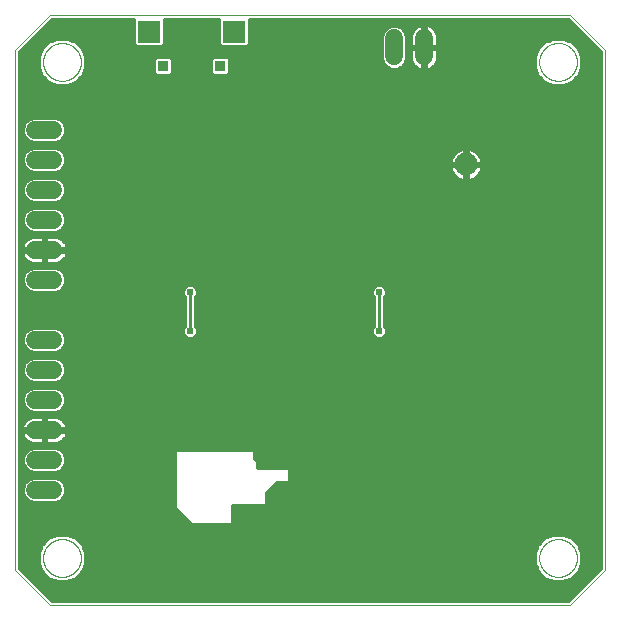
<source format=gbl>
G75*
%MOIN*%
%OFA0B0*%
%FSLAX25Y25*%
%IPPOS*%
%LPD*%
%AMOC8*
5,1,8,0,0,1.08239X$1,22.5*
%
%ADD10C,0.00000*%
%ADD11C,0.06000*%
%ADD12C,0.07600*%
%ADD13R,0.03772X0.03772*%
%ADD14R,0.07600X0.07600*%
%ADD15R,0.03562X0.03562*%
%ADD16C,0.01600*%
%ADD17C,0.02400*%
%ADD18C,0.01000*%
D10*
X0063875Y0067686D02*
X0075686Y0055875D01*
X0248914Y0055875D01*
X0260725Y0067686D01*
X0260725Y0240914D01*
X0248914Y0252725D01*
X0075686Y0252725D01*
X0063875Y0240914D01*
X0063875Y0067686D01*
X0073324Y0071623D02*
X0073326Y0071781D01*
X0073332Y0071939D01*
X0073342Y0072097D01*
X0073356Y0072255D01*
X0073374Y0072412D01*
X0073395Y0072569D01*
X0073421Y0072725D01*
X0073451Y0072881D01*
X0073484Y0073036D01*
X0073522Y0073189D01*
X0073563Y0073342D01*
X0073608Y0073494D01*
X0073657Y0073645D01*
X0073710Y0073794D01*
X0073766Y0073942D01*
X0073826Y0074088D01*
X0073890Y0074233D01*
X0073958Y0074376D01*
X0074029Y0074518D01*
X0074103Y0074658D01*
X0074181Y0074795D01*
X0074263Y0074931D01*
X0074347Y0075065D01*
X0074436Y0075196D01*
X0074527Y0075325D01*
X0074622Y0075452D01*
X0074719Y0075577D01*
X0074820Y0075699D01*
X0074924Y0075818D01*
X0075031Y0075935D01*
X0075141Y0076049D01*
X0075254Y0076160D01*
X0075369Y0076269D01*
X0075487Y0076374D01*
X0075608Y0076476D01*
X0075731Y0076576D01*
X0075857Y0076672D01*
X0075985Y0076765D01*
X0076115Y0076855D01*
X0076248Y0076941D01*
X0076383Y0077025D01*
X0076519Y0077104D01*
X0076658Y0077181D01*
X0076799Y0077253D01*
X0076941Y0077323D01*
X0077085Y0077388D01*
X0077231Y0077450D01*
X0077378Y0077508D01*
X0077527Y0077563D01*
X0077677Y0077614D01*
X0077828Y0077661D01*
X0077980Y0077704D01*
X0078133Y0077743D01*
X0078288Y0077779D01*
X0078443Y0077810D01*
X0078599Y0077838D01*
X0078755Y0077862D01*
X0078912Y0077882D01*
X0079070Y0077898D01*
X0079227Y0077910D01*
X0079386Y0077918D01*
X0079544Y0077922D01*
X0079702Y0077922D01*
X0079860Y0077918D01*
X0080019Y0077910D01*
X0080176Y0077898D01*
X0080334Y0077882D01*
X0080491Y0077862D01*
X0080647Y0077838D01*
X0080803Y0077810D01*
X0080958Y0077779D01*
X0081113Y0077743D01*
X0081266Y0077704D01*
X0081418Y0077661D01*
X0081569Y0077614D01*
X0081719Y0077563D01*
X0081868Y0077508D01*
X0082015Y0077450D01*
X0082161Y0077388D01*
X0082305Y0077323D01*
X0082447Y0077253D01*
X0082588Y0077181D01*
X0082727Y0077104D01*
X0082863Y0077025D01*
X0082998Y0076941D01*
X0083131Y0076855D01*
X0083261Y0076765D01*
X0083389Y0076672D01*
X0083515Y0076576D01*
X0083638Y0076476D01*
X0083759Y0076374D01*
X0083877Y0076269D01*
X0083992Y0076160D01*
X0084105Y0076049D01*
X0084215Y0075935D01*
X0084322Y0075818D01*
X0084426Y0075699D01*
X0084527Y0075577D01*
X0084624Y0075452D01*
X0084719Y0075325D01*
X0084810Y0075196D01*
X0084899Y0075065D01*
X0084983Y0074931D01*
X0085065Y0074795D01*
X0085143Y0074658D01*
X0085217Y0074518D01*
X0085288Y0074376D01*
X0085356Y0074233D01*
X0085420Y0074088D01*
X0085480Y0073942D01*
X0085536Y0073794D01*
X0085589Y0073645D01*
X0085638Y0073494D01*
X0085683Y0073342D01*
X0085724Y0073189D01*
X0085762Y0073036D01*
X0085795Y0072881D01*
X0085825Y0072725D01*
X0085851Y0072569D01*
X0085872Y0072412D01*
X0085890Y0072255D01*
X0085904Y0072097D01*
X0085914Y0071939D01*
X0085920Y0071781D01*
X0085922Y0071623D01*
X0085920Y0071465D01*
X0085914Y0071307D01*
X0085904Y0071149D01*
X0085890Y0070991D01*
X0085872Y0070834D01*
X0085851Y0070677D01*
X0085825Y0070521D01*
X0085795Y0070365D01*
X0085762Y0070210D01*
X0085724Y0070057D01*
X0085683Y0069904D01*
X0085638Y0069752D01*
X0085589Y0069601D01*
X0085536Y0069452D01*
X0085480Y0069304D01*
X0085420Y0069158D01*
X0085356Y0069013D01*
X0085288Y0068870D01*
X0085217Y0068728D01*
X0085143Y0068588D01*
X0085065Y0068451D01*
X0084983Y0068315D01*
X0084899Y0068181D01*
X0084810Y0068050D01*
X0084719Y0067921D01*
X0084624Y0067794D01*
X0084527Y0067669D01*
X0084426Y0067547D01*
X0084322Y0067428D01*
X0084215Y0067311D01*
X0084105Y0067197D01*
X0083992Y0067086D01*
X0083877Y0066977D01*
X0083759Y0066872D01*
X0083638Y0066770D01*
X0083515Y0066670D01*
X0083389Y0066574D01*
X0083261Y0066481D01*
X0083131Y0066391D01*
X0082998Y0066305D01*
X0082863Y0066221D01*
X0082727Y0066142D01*
X0082588Y0066065D01*
X0082447Y0065993D01*
X0082305Y0065923D01*
X0082161Y0065858D01*
X0082015Y0065796D01*
X0081868Y0065738D01*
X0081719Y0065683D01*
X0081569Y0065632D01*
X0081418Y0065585D01*
X0081266Y0065542D01*
X0081113Y0065503D01*
X0080958Y0065467D01*
X0080803Y0065436D01*
X0080647Y0065408D01*
X0080491Y0065384D01*
X0080334Y0065364D01*
X0080176Y0065348D01*
X0080019Y0065336D01*
X0079860Y0065328D01*
X0079702Y0065324D01*
X0079544Y0065324D01*
X0079386Y0065328D01*
X0079227Y0065336D01*
X0079070Y0065348D01*
X0078912Y0065364D01*
X0078755Y0065384D01*
X0078599Y0065408D01*
X0078443Y0065436D01*
X0078288Y0065467D01*
X0078133Y0065503D01*
X0077980Y0065542D01*
X0077828Y0065585D01*
X0077677Y0065632D01*
X0077527Y0065683D01*
X0077378Y0065738D01*
X0077231Y0065796D01*
X0077085Y0065858D01*
X0076941Y0065923D01*
X0076799Y0065993D01*
X0076658Y0066065D01*
X0076519Y0066142D01*
X0076383Y0066221D01*
X0076248Y0066305D01*
X0076115Y0066391D01*
X0075985Y0066481D01*
X0075857Y0066574D01*
X0075731Y0066670D01*
X0075608Y0066770D01*
X0075487Y0066872D01*
X0075369Y0066977D01*
X0075254Y0067086D01*
X0075141Y0067197D01*
X0075031Y0067311D01*
X0074924Y0067428D01*
X0074820Y0067547D01*
X0074719Y0067669D01*
X0074622Y0067794D01*
X0074527Y0067921D01*
X0074436Y0068050D01*
X0074347Y0068181D01*
X0074263Y0068315D01*
X0074181Y0068451D01*
X0074103Y0068588D01*
X0074029Y0068728D01*
X0073958Y0068870D01*
X0073890Y0069013D01*
X0073826Y0069158D01*
X0073766Y0069304D01*
X0073710Y0069452D01*
X0073657Y0069601D01*
X0073608Y0069752D01*
X0073563Y0069904D01*
X0073522Y0070057D01*
X0073484Y0070210D01*
X0073451Y0070365D01*
X0073421Y0070521D01*
X0073395Y0070677D01*
X0073374Y0070834D01*
X0073356Y0070991D01*
X0073342Y0071149D01*
X0073332Y0071307D01*
X0073326Y0071465D01*
X0073324Y0071623D01*
X0238678Y0071623D02*
X0238680Y0071781D01*
X0238686Y0071939D01*
X0238696Y0072097D01*
X0238710Y0072255D01*
X0238728Y0072412D01*
X0238749Y0072569D01*
X0238775Y0072725D01*
X0238805Y0072881D01*
X0238838Y0073036D01*
X0238876Y0073189D01*
X0238917Y0073342D01*
X0238962Y0073494D01*
X0239011Y0073645D01*
X0239064Y0073794D01*
X0239120Y0073942D01*
X0239180Y0074088D01*
X0239244Y0074233D01*
X0239312Y0074376D01*
X0239383Y0074518D01*
X0239457Y0074658D01*
X0239535Y0074795D01*
X0239617Y0074931D01*
X0239701Y0075065D01*
X0239790Y0075196D01*
X0239881Y0075325D01*
X0239976Y0075452D01*
X0240073Y0075577D01*
X0240174Y0075699D01*
X0240278Y0075818D01*
X0240385Y0075935D01*
X0240495Y0076049D01*
X0240608Y0076160D01*
X0240723Y0076269D01*
X0240841Y0076374D01*
X0240962Y0076476D01*
X0241085Y0076576D01*
X0241211Y0076672D01*
X0241339Y0076765D01*
X0241469Y0076855D01*
X0241602Y0076941D01*
X0241737Y0077025D01*
X0241873Y0077104D01*
X0242012Y0077181D01*
X0242153Y0077253D01*
X0242295Y0077323D01*
X0242439Y0077388D01*
X0242585Y0077450D01*
X0242732Y0077508D01*
X0242881Y0077563D01*
X0243031Y0077614D01*
X0243182Y0077661D01*
X0243334Y0077704D01*
X0243487Y0077743D01*
X0243642Y0077779D01*
X0243797Y0077810D01*
X0243953Y0077838D01*
X0244109Y0077862D01*
X0244266Y0077882D01*
X0244424Y0077898D01*
X0244581Y0077910D01*
X0244740Y0077918D01*
X0244898Y0077922D01*
X0245056Y0077922D01*
X0245214Y0077918D01*
X0245373Y0077910D01*
X0245530Y0077898D01*
X0245688Y0077882D01*
X0245845Y0077862D01*
X0246001Y0077838D01*
X0246157Y0077810D01*
X0246312Y0077779D01*
X0246467Y0077743D01*
X0246620Y0077704D01*
X0246772Y0077661D01*
X0246923Y0077614D01*
X0247073Y0077563D01*
X0247222Y0077508D01*
X0247369Y0077450D01*
X0247515Y0077388D01*
X0247659Y0077323D01*
X0247801Y0077253D01*
X0247942Y0077181D01*
X0248081Y0077104D01*
X0248217Y0077025D01*
X0248352Y0076941D01*
X0248485Y0076855D01*
X0248615Y0076765D01*
X0248743Y0076672D01*
X0248869Y0076576D01*
X0248992Y0076476D01*
X0249113Y0076374D01*
X0249231Y0076269D01*
X0249346Y0076160D01*
X0249459Y0076049D01*
X0249569Y0075935D01*
X0249676Y0075818D01*
X0249780Y0075699D01*
X0249881Y0075577D01*
X0249978Y0075452D01*
X0250073Y0075325D01*
X0250164Y0075196D01*
X0250253Y0075065D01*
X0250337Y0074931D01*
X0250419Y0074795D01*
X0250497Y0074658D01*
X0250571Y0074518D01*
X0250642Y0074376D01*
X0250710Y0074233D01*
X0250774Y0074088D01*
X0250834Y0073942D01*
X0250890Y0073794D01*
X0250943Y0073645D01*
X0250992Y0073494D01*
X0251037Y0073342D01*
X0251078Y0073189D01*
X0251116Y0073036D01*
X0251149Y0072881D01*
X0251179Y0072725D01*
X0251205Y0072569D01*
X0251226Y0072412D01*
X0251244Y0072255D01*
X0251258Y0072097D01*
X0251268Y0071939D01*
X0251274Y0071781D01*
X0251276Y0071623D01*
X0251274Y0071465D01*
X0251268Y0071307D01*
X0251258Y0071149D01*
X0251244Y0070991D01*
X0251226Y0070834D01*
X0251205Y0070677D01*
X0251179Y0070521D01*
X0251149Y0070365D01*
X0251116Y0070210D01*
X0251078Y0070057D01*
X0251037Y0069904D01*
X0250992Y0069752D01*
X0250943Y0069601D01*
X0250890Y0069452D01*
X0250834Y0069304D01*
X0250774Y0069158D01*
X0250710Y0069013D01*
X0250642Y0068870D01*
X0250571Y0068728D01*
X0250497Y0068588D01*
X0250419Y0068451D01*
X0250337Y0068315D01*
X0250253Y0068181D01*
X0250164Y0068050D01*
X0250073Y0067921D01*
X0249978Y0067794D01*
X0249881Y0067669D01*
X0249780Y0067547D01*
X0249676Y0067428D01*
X0249569Y0067311D01*
X0249459Y0067197D01*
X0249346Y0067086D01*
X0249231Y0066977D01*
X0249113Y0066872D01*
X0248992Y0066770D01*
X0248869Y0066670D01*
X0248743Y0066574D01*
X0248615Y0066481D01*
X0248485Y0066391D01*
X0248352Y0066305D01*
X0248217Y0066221D01*
X0248081Y0066142D01*
X0247942Y0066065D01*
X0247801Y0065993D01*
X0247659Y0065923D01*
X0247515Y0065858D01*
X0247369Y0065796D01*
X0247222Y0065738D01*
X0247073Y0065683D01*
X0246923Y0065632D01*
X0246772Y0065585D01*
X0246620Y0065542D01*
X0246467Y0065503D01*
X0246312Y0065467D01*
X0246157Y0065436D01*
X0246001Y0065408D01*
X0245845Y0065384D01*
X0245688Y0065364D01*
X0245530Y0065348D01*
X0245373Y0065336D01*
X0245214Y0065328D01*
X0245056Y0065324D01*
X0244898Y0065324D01*
X0244740Y0065328D01*
X0244581Y0065336D01*
X0244424Y0065348D01*
X0244266Y0065364D01*
X0244109Y0065384D01*
X0243953Y0065408D01*
X0243797Y0065436D01*
X0243642Y0065467D01*
X0243487Y0065503D01*
X0243334Y0065542D01*
X0243182Y0065585D01*
X0243031Y0065632D01*
X0242881Y0065683D01*
X0242732Y0065738D01*
X0242585Y0065796D01*
X0242439Y0065858D01*
X0242295Y0065923D01*
X0242153Y0065993D01*
X0242012Y0066065D01*
X0241873Y0066142D01*
X0241737Y0066221D01*
X0241602Y0066305D01*
X0241469Y0066391D01*
X0241339Y0066481D01*
X0241211Y0066574D01*
X0241085Y0066670D01*
X0240962Y0066770D01*
X0240841Y0066872D01*
X0240723Y0066977D01*
X0240608Y0067086D01*
X0240495Y0067197D01*
X0240385Y0067311D01*
X0240278Y0067428D01*
X0240174Y0067547D01*
X0240073Y0067669D01*
X0239976Y0067794D01*
X0239881Y0067921D01*
X0239790Y0068050D01*
X0239701Y0068181D01*
X0239617Y0068315D01*
X0239535Y0068451D01*
X0239457Y0068588D01*
X0239383Y0068728D01*
X0239312Y0068870D01*
X0239244Y0069013D01*
X0239180Y0069158D01*
X0239120Y0069304D01*
X0239064Y0069452D01*
X0239011Y0069601D01*
X0238962Y0069752D01*
X0238917Y0069904D01*
X0238876Y0070057D01*
X0238838Y0070210D01*
X0238805Y0070365D01*
X0238775Y0070521D01*
X0238749Y0070677D01*
X0238728Y0070834D01*
X0238710Y0070991D01*
X0238696Y0071149D01*
X0238686Y0071307D01*
X0238680Y0071465D01*
X0238678Y0071623D01*
X0238678Y0236977D02*
X0238680Y0237135D01*
X0238686Y0237293D01*
X0238696Y0237451D01*
X0238710Y0237609D01*
X0238728Y0237766D01*
X0238749Y0237923D01*
X0238775Y0238079D01*
X0238805Y0238235D01*
X0238838Y0238390D01*
X0238876Y0238543D01*
X0238917Y0238696D01*
X0238962Y0238848D01*
X0239011Y0238999D01*
X0239064Y0239148D01*
X0239120Y0239296D01*
X0239180Y0239442D01*
X0239244Y0239587D01*
X0239312Y0239730D01*
X0239383Y0239872D01*
X0239457Y0240012D01*
X0239535Y0240149D01*
X0239617Y0240285D01*
X0239701Y0240419D01*
X0239790Y0240550D01*
X0239881Y0240679D01*
X0239976Y0240806D01*
X0240073Y0240931D01*
X0240174Y0241053D01*
X0240278Y0241172D01*
X0240385Y0241289D01*
X0240495Y0241403D01*
X0240608Y0241514D01*
X0240723Y0241623D01*
X0240841Y0241728D01*
X0240962Y0241830D01*
X0241085Y0241930D01*
X0241211Y0242026D01*
X0241339Y0242119D01*
X0241469Y0242209D01*
X0241602Y0242295D01*
X0241737Y0242379D01*
X0241873Y0242458D01*
X0242012Y0242535D01*
X0242153Y0242607D01*
X0242295Y0242677D01*
X0242439Y0242742D01*
X0242585Y0242804D01*
X0242732Y0242862D01*
X0242881Y0242917D01*
X0243031Y0242968D01*
X0243182Y0243015D01*
X0243334Y0243058D01*
X0243487Y0243097D01*
X0243642Y0243133D01*
X0243797Y0243164D01*
X0243953Y0243192D01*
X0244109Y0243216D01*
X0244266Y0243236D01*
X0244424Y0243252D01*
X0244581Y0243264D01*
X0244740Y0243272D01*
X0244898Y0243276D01*
X0245056Y0243276D01*
X0245214Y0243272D01*
X0245373Y0243264D01*
X0245530Y0243252D01*
X0245688Y0243236D01*
X0245845Y0243216D01*
X0246001Y0243192D01*
X0246157Y0243164D01*
X0246312Y0243133D01*
X0246467Y0243097D01*
X0246620Y0243058D01*
X0246772Y0243015D01*
X0246923Y0242968D01*
X0247073Y0242917D01*
X0247222Y0242862D01*
X0247369Y0242804D01*
X0247515Y0242742D01*
X0247659Y0242677D01*
X0247801Y0242607D01*
X0247942Y0242535D01*
X0248081Y0242458D01*
X0248217Y0242379D01*
X0248352Y0242295D01*
X0248485Y0242209D01*
X0248615Y0242119D01*
X0248743Y0242026D01*
X0248869Y0241930D01*
X0248992Y0241830D01*
X0249113Y0241728D01*
X0249231Y0241623D01*
X0249346Y0241514D01*
X0249459Y0241403D01*
X0249569Y0241289D01*
X0249676Y0241172D01*
X0249780Y0241053D01*
X0249881Y0240931D01*
X0249978Y0240806D01*
X0250073Y0240679D01*
X0250164Y0240550D01*
X0250253Y0240419D01*
X0250337Y0240285D01*
X0250419Y0240149D01*
X0250497Y0240012D01*
X0250571Y0239872D01*
X0250642Y0239730D01*
X0250710Y0239587D01*
X0250774Y0239442D01*
X0250834Y0239296D01*
X0250890Y0239148D01*
X0250943Y0238999D01*
X0250992Y0238848D01*
X0251037Y0238696D01*
X0251078Y0238543D01*
X0251116Y0238390D01*
X0251149Y0238235D01*
X0251179Y0238079D01*
X0251205Y0237923D01*
X0251226Y0237766D01*
X0251244Y0237609D01*
X0251258Y0237451D01*
X0251268Y0237293D01*
X0251274Y0237135D01*
X0251276Y0236977D01*
X0251274Y0236819D01*
X0251268Y0236661D01*
X0251258Y0236503D01*
X0251244Y0236345D01*
X0251226Y0236188D01*
X0251205Y0236031D01*
X0251179Y0235875D01*
X0251149Y0235719D01*
X0251116Y0235564D01*
X0251078Y0235411D01*
X0251037Y0235258D01*
X0250992Y0235106D01*
X0250943Y0234955D01*
X0250890Y0234806D01*
X0250834Y0234658D01*
X0250774Y0234512D01*
X0250710Y0234367D01*
X0250642Y0234224D01*
X0250571Y0234082D01*
X0250497Y0233942D01*
X0250419Y0233805D01*
X0250337Y0233669D01*
X0250253Y0233535D01*
X0250164Y0233404D01*
X0250073Y0233275D01*
X0249978Y0233148D01*
X0249881Y0233023D01*
X0249780Y0232901D01*
X0249676Y0232782D01*
X0249569Y0232665D01*
X0249459Y0232551D01*
X0249346Y0232440D01*
X0249231Y0232331D01*
X0249113Y0232226D01*
X0248992Y0232124D01*
X0248869Y0232024D01*
X0248743Y0231928D01*
X0248615Y0231835D01*
X0248485Y0231745D01*
X0248352Y0231659D01*
X0248217Y0231575D01*
X0248081Y0231496D01*
X0247942Y0231419D01*
X0247801Y0231347D01*
X0247659Y0231277D01*
X0247515Y0231212D01*
X0247369Y0231150D01*
X0247222Y0231092D01*
X0247073Y0231037D01*
X0246923Y0230986D01*
X0246772Y0230939D01*
X0246620Y0230896D01*
X0246467Y0230857D01*
X0246312Y0230821D01*
X0246157Y0230790D01*
X0246001Y0230762D01*
X0245845Y0230738D01*
X0245688Y0230718D01*
X0245530Y0230702D01*
X0245373Y0230690D01*
X0245214Y0230682D01*
X0245056Y0230678D01*
X0244898Y0230678D01*
X0244740Y0230682D01*
X0244581Y0230690D01*
X0244424Y0230702D01*
X0244266Y0230718D01*
X0244109Y0230738D01*
X0243953Y0230762D01*
X0243797Y0230790D01*
X0243642Y0230821D01*
X0243487Y0230857D01*
X0243334Y0230896D01*
X0243182Y0230939D01*
X0243031Y0230986D01*
X0242881Y0231037D01*
X0242732Y0231092D01*
X0242585Y0231150D01*
X0242439Y0231212D01*
X0242295Y0231277D01*
X0242153Y0231347D01*
X0242012Y0231419D01*
X0241873Y0231496D01*
X0241737Y0231575D01*
X0241602Y0231659D01*
X0241469Y0231745D01*
X0241339Y0231835D01*
X0241211Y0231928D01*
X0241085Y0232024D01*
X0240962Y0232124D01*
X0240841Y0232226D01*
X0240723Y0232331D01*
X0240608Y0232440D01*
X0240495Y0232551D01*
X0240385Y0232665D01*
X0240278Y0232782D01*
X0240174Y0232901D01*
X0240073Y0233023D01*
X0239976Y0233148D01*
X0239881Y0233275D01*
X0239790Y0233404D01*
X0239701Y0233535D01*
X0239617Y0233669D01*
X0239535Y0233805D01*
X0239457Y0233942D01*
X0239383Y0234082D01*
X0239312Y0234224D01*
X0239244Y0234367D01*
X0239180Y0234512D01*
X0239120Y0234658D01*
X0239064Y0234806D01*
X0239011Y0234955D01*
X0238962Y0235106D01*
X0238917Y0235258D01*
X0238876Y0235411D01*
X0238838Y0235564D01*
X0238805Y0235719D01*
X0238775Y0235875D01*
X0238749Y0236031D01*
X0238728Y0236188D01*
X0238710Y0236345D01*
X0238696Y0236503D01*
X0238686Y0236661D01*
X0238680Y0236819D01*
X0238678Y0236977D01*
X0073324Y0236977D02*
X0073326Y0237135D01*
X0073332Y0237293D01*
X0073342Y0237451D01*
X0073356Y0237609D01*
X0073374Y0237766D01*
X0073395Y0237923D01*
X0073421Y0238079D01*
X0073451Y0238235D01*
X0073484Y0238390D01*
X0073522Y0238543D01*
X0073563Y0238696D01*
X0073608Y0238848D01*
X0073657Y0238999D01*
X0073710Y0239148D01*
X0073766Y0239296D01*
X0073826Y0239442D01*
X0073890Y0239587D01*
X0073958Y0239730D01*
X0074029Y0239872D01*
X0074103Y0240012D01*
X0074181Y0240149D01*
X0074263Y0240285D01*
X0074347Y0240419D01*
X0074436Y0240550D01*
X0074527Y0240679D01*
X0074622Y0240806D01*
X0074719Y0240931D01*
X0074820Y0241053D01*
X0074924Y0241172D01*
X0075031Y0241289D01*
X0075141Y0241403D01*
X0075254Y0241514D01*
X0075369Y0241623D01*
X0075487Y0241728D01*
X0075608Y0241830D01*
X0075731Y0241930D01*
X0075857Y0242026D01*
X0075985Y0242119D01*
X0076115Y0242209D01*
X0076248Y0242295D01*
X0076383Y0242379D01*
X0076519Y0242458D01*
X0076658Y0242535D01*
X0076799Y0242607D01*
X0076941Y0242677D01*
X0077085Y0242742D01*
X0077231Y0242804D01*
X0077378Y0242862D01*
X0077527Y0242917D01*
X0077677Y0242968D01*
X0077828Y0243015D01*
X0077980Y0243058D01*
X0078133Y0243097D01*
X0078288Y0243133D01*
X0078443Y0243164D01*
X0078599Y0243192D01*
X0078755Y0243216D01*
X0078912Y0243236D01*
X0079070Y0243252D01*
X0079227Y0243264D01*
X0079386Y0243272D01*
X0079544Y0243276D01*
X0079702Y0243276D01*
X0079860Y0243272D01*
X0080019Y0243264D01*
X0080176Y0243252D01*
X0080334Y0243236D01*
X0080491Y0243216D01*
X0080647Y0243192D01*
X0080803Y0243164D01*
X0080958Y0243133D01*
X0081113Y0243097D01*
X0081266Y0243058D01*
X0081418Y0243015D01*
X0081569Y0242968D01*
X0081719Y0242917D01*
X0081868Y0242862D01*
X0082015Y0242804D01*
X0082161Y0242742D01*
X0082305Y0242677D01*
X0082447Y0242607D01*
X0082588Y0242535D01*
X0082727Y0242458D01*
X0082863Y0242379D01*
X0082998Y0242295D01*
X0083131Y0242209D01*
X0083261Y0242119D01*
X0083389Y0242026D01*
X0083515Y0241930D01*
X0083638Y0241830D01*
X0083759Y0241728D01*
X0083877Y0241623D01*
X0083992Y0241514D01*
X0084105Y0241403D01*
X0084215Y0241289D01*
X0084322Y0241172D01*
X0084426Y0241053D01*
X0084527Y0240931D01*
X0084624Y0240806D01*
X0084719Y0240679D01*
X0084810Y0240550D01*
X0084899Y0240419D01*
X0084983Y0240285D01*
X0085065Y0240149D01*
X0085143Y0240012D01*
X0085217Y0239872D01*
X0085288Y0239730D01*
X0085356Y0239587D01*
X0085420Y0239442D01*
X0085480Y0239296D01*
X0085536Y0239148D01*
X0085589Y0238999D01*
X0085638Y0238848D01*
X0085683Y0238696D01*
X0085724Y0238543D01*
X0085762Y0238390D01*
X0085795Y0238235D01*
X0085825Y0238079D01*
X0085851Y0237923D01*
X0085872Y0237766D01*
X0085890Y0237609D01*
X0085904Y0237451D01*
X0085914Y0237293D01*
X0085920Y0237135D01*
X0085922Y0236977D01*
X0085920Y0236819D01*
X0085914Y0236661D01*
X0085904Y0236503D01*
X0085890Y0236345D01*
X0085872Y0236188D01*
X0085851Y0236031D01*
X0085825Y0235875D01*
X0085795Y0235719D01*
X0085762Y0235564D01*
X0085724Y0235411D01*
X0085683Y0235258D01*
X0085638Y0235106D01*
X0085589Y0234955D01*
X0085536Y0234806D01*
X0085480Y0234658D01*
X0085420Y0234512D01*
X0085356Y0234367D01*
X0085288Y0234224D01*
X0085217Y0234082D01*
X0085143Y0233942D01*
X0085065Y0233805D01*
X0084983Y0233669D01*
X0084899Y0233535D01*
X0084810Y0233404D01*
X0084719Y0233275D01*
X0084624Y0233148D01*
X0084527Y0233023D01*
X0084426Y0232901D01*
X0084322Y0232782D01*
X0084215Y0232665D01*
X0084105Y0232551D01*
X0083992Y0232440D01*
X0083877Y0232331D01*
X0083759Y0232226D01*
X0083638Y0232124D01*
X0083515Y0232024D01*
X0083389Y0231928D01*
X0083261Y0231835D01*
X0083131Y0231745D01*
X0082998Y0231659D01*
X0082863Y0231575D01*
X0082727Y0231496D01*
X0082588Y0231419D01*
X0082447Y0231347D01*
X0082305Y0231277D01*
X0082161Y0231212D01*
X0082015Y0231150D01*
X0081868Y0231092D01*
X0081719Y0231037D01*
X0081569Y0230986D01*
X0081418Y0230939D01*
X0081266Y0230896D01*
X0081113Y0230857D01*
X0080958Y0230821D01*
X0080803Y0230790D01*
X0080647Y0230762D01*
X0080491Y0230738D01*
X0080334Y0230718D01*
X0080176Y0230702D01*
X0080019Y0230690D01*
X0079860Y0230682D01*
X0079702Y0230678D01*
X0079544Y0230678D01*
X0079386Y0230682D01*
X0079227Y0230690D01*
X0079070Y0230702D01*
X0078912Y0230718D01*
X0078755Y0230738D01*
X0078599Y0230762D01*
X0078443Y0230790D01*
X0078288Y0230821D01*
X0078133Y0230857D01*
X0077980Y0230896D01*
X0077828Y0230939D01*
X0077677Y0230986D01*
X0077527Y0231037D01*
X0077378Y0231092D01*
X0077231Y0231150D01*
X0077085Y0231212D01*
X0076941Y0231277D01*
X0076799Y0231347D01*
X0076658Y0231419D01*
X0076519Y0231496D01*
X0076383Y0231575D01*
X0076248Y0231659D01*
X0076115Y0231745D01*
X0075985Y0231835D01*
X0075857Y0231928D01*
X0075731Y0232024D01*
X0075608Y0232124D01*
X0075487Y0232226D01*
X0075369Y0232331D01*
X0075254Y0232440D01*
X0075141Y0232551D01*
X0075031Y0232665D01*
X0074924Y0232782D01*
X0074820Y0232901D01*
X0074719Y0233023D01*
X0074622Y0233148D01*
X0074527Y0233275D01*
X0074436Y0233404D01*
X0074347Y0233535D01*
X0074263Y0233669D01*
X0074181Y0233805D01*
X0074103Y0233942D01*
X0074029Y0234082D01*
X0073958Y0234224D01*
X0073890Y0234367D01*
X0073826Y0234512D01*
X0073766Y0234658D01*
X0073710Y0234806D01*
X0073657Y0234955D01*
X0073608Y0235106D01*
X0073563Y0235258D01*
X0073522Y0235411D01*
X0073484Y0235564D01*
X0073451Y0235719D01*
X0073421Y0235875D01*
X0073395Y0236031D01*
X0073374Y0236188D01*
X0073356Y0236345D01*
X0073342Y0236503D01*
X0073332Y0236661D01*
X0073326Y0236819D01*
X0073324Y0236977D01*
D11*
X0070717Y0214300D02*
X0076717Y0214300D01*
X0076717Y0204300D02*
X0070717Y0204300D01*
X0070717Y0194300D02*
X0076717Y0194300D01*
X0076717Y0184300D02*
X0070717Y0184300D01*
X0070717Y0174300D02*
X0076717Y0174300D01*
X0076717Y0164300D02*
X0070717Y0164300D01*
X0070717Y0144300D02*
X0076717Y0144300D01*
X0076717Y0134300D02*
X0070717Y0134300D01*
X0070717Y0124300D02*
X0076717Y0124300D01*
X0076717Y0114300D02*
X0070717Y0114300D01*
X0070717Y0104300D02*
X0076717Y0104300D01*
X0076717Y0094300D02*
X0070717Y0094300D01*
X0190300Y0238800D02*
X0190300Y0244800D01*
X0200300Y0244800D02*
X0200300Y0238800D01*
D12*
X0214300Y0202800D03*
D13*
X0132347Y0235674D03*
X0113253Y0235674D03*
D14*
X0108627Y0247091D03*
X0136973Y0247091D03*
D15*
X0138300Y0230800D03*
X0143300Y0230800D03*
X0162300Y0230800D03*
X0167300Y0230800D03*
X0166800Y0237800D03*
X0166800Y0246300D03*
X0116300Y0227800D03*
X0116300Y0222800D03*
X0111300Y0222800D03*
X0111300Y0227800D03*
X0111800Y0193300D03*
X0132300Y0192300D03*
X0153800Y0191300D03*
X0163050Y0193800D03*
X0144800Y0166800D03*
X0138800Y0147300D03*
X0133800Y0147300D03*
X0128800Y0147300D03*
X0159300Y0147300D03*
X0164300Y0147300D03*
X0169300Y0147300D03*
X0203300Y0127300D03*
X0208300Y0127300D03*
X0213300Y0127300D03*
X0234300Y0127300D03*
X0239300Y0127300D03*
X0244300Y0127300D03*
X0165800Y0097800D03*
X0160800Y0097800D03*
X0160800Y0092800D03*
X0165800Y0092800D03*
X0160800Y0110800D03*
X0142800Y0087800D03*
X0142800Y0074300D03*
X0137800Y0074300D03*
X0147800Y0074300D03*
X0110800Y0092800D03*
X0101300Y0102300D03*
D16*
X0077363Y0063793D02*
X0070314Y0063793D01*
X0068715Y0065391D02*
X0074401Y0065391D01*
X0075035Y0064757D02*
X0078012Y0063524D01*
X0081234Y0063524D01*
X0084211Y0064757D01*
X0086489Y0067035D01*
X0087722Y0070012D01*
X0087722Y0073234D01*
X0086489Y0076211D01*
X0084211Y0078489D01*
X0081234Y0079722D01*
X0078012Y0079722D01*
X0075035Y0078489D01*
X0072757Y0076211D01*
X0071524Y0073234D01*
X0071524Y0070012D01*
X0072757Y0067035D01*
X0075035Y0064757D01*
X0072802Y0066990D02*
X0067117Y0066990D01*
X0065675Y0068431D02*
X0065675Y0240169D01*
X0076431Y0250925D01*
X0103427Y0250925D01*
X0103427Y0242711D01*
X0104247Y0241891D01*
X0113007Y0241891D01*
X0113827Y0242711D01*
X0113827Y0250925D01*
X0131773Y0250925D01*
X0131773Y0242711D01*
X0132593Y0241891D01*
X0141353Y0241891D01*
X0142173Y0242711D01*
X0142173Y0250925D01*
X0248169Y0250925D01*
X0258925Y0240169D01*
X0258925Y0068431D01*
X0248169Y0057675D01*
X0076431Y0057675D01*
X0065675Y0068431D01*
X0065675Y0068588D02*
X0072113Y0068588D01*
X0071524Y0070187D02*
X0065675Y0070187D01*
X0065675Y0071785D02*
X0071524Y0071785D01*
X0071586Y0073384D02*
X0065675Y0073384D01*
X0065675Y0074982D02*
X0072248Y0074982D01*
X0073127Y0076581D02*
X0065675Y0076581D01*
X0065675Y0078179D02*
X0074725Y0078179D01*
X0065675Y0079778D02*
X0258925Y0079778D01*
X0258925Y0081376D02*
X0065675Y0081376D01*
X0065675Y0082975D02*
X0122287Y0082975D01*
X0122762Y0082500D02*
X0123838Y0082500D01*
X0135838Y0082500D01*
X0136600Y0083262D01*
X0136600Y0089000D01*
X0147338Y0089000D01*
X0148100Y0089762D01*
X0148100Y0093262D01*
X0151338Y0096500D01*
X0154838Y0096500D01*
X0155600Y0097262D01*
X0155600Y0101338D01*
X0154838Y0102100D01*
X0145100Y0102100D01*
X0145100Y0103838D01*
X0144338Y0104600D01*
X0144100Y0104838D01*
X0144100Y0107338D01*
X0143338Y0108100D01*
X0117762Y0108100D01*
X0117000Y0107338D01*
X0117000Y0088262D01*
X0122762Y0082500D01*
X0120688Y0084573D02*
X0065675Y0084573D01*
X0065675Y0086172D02*
X0119090Y0086172D01*
X0117491Y0087770D02*
X0065675Y0087770D01*
X0065675Y0089369D02*
X0117000Y0089369D01*
X0117000Y0090967D02*
X0079607Y0090967D01*
X0079210Y0090570D02*
X0080447Y0091808D01*
X0081117Y0093425D01*
X0081117Y0095175D01*
X0080447Y0096792D01*
X0079210Y0098030D01*
X0077593Y0098700D01*
X0069842Y0098700D01*
X0068225Y0098030D01*
X0066987Y0096792D01*
X0066317Y0095175D01*
X0066317Y0093425D01*
X0066987Y0091808D01*
X0068225Y0090570D01*
X0069842Y0089900D01*
X0077593Y0089900D01*
X0079210Y0090570D01*
X0080761Y0092566D02*
X0117000Y0092566D01*
X0117000Y0094164D02*
X0081117Y0094164D01*
X0080874Y0095763D02*
X0117000Y0095763D01*
X0117000Y0097361D02*
X0079879Y0097361D01*
X0079182Y0100558D02*
X0117000Y0100558D01*
X0117000Y0098960D02*
X0065675Y0098960D01*
X0065675Y0100558D02*
X0068253Y0100558D01*
X0068225Y0100570D02*
X0069842Y0099900D01*
X0077593Y0099900D01*
X0079210Y0100570D01*
X0080447Y0101808D01*
X0081117Y0103425D01*
X0081117Y0105175D01*
X0080447Y0106792D01*
X0079210Y0108030D01*
X0077593Y0108700D01*
X0069842Y0108700D01*
X0068225Y0108030D01*
X0066987Y0106792D01*
X0066317Y0105175D01*
X0066317Y0103425D01*
X0066987Y0101808D01*
X0068225Y0100570D01*
X0066843Y0102157D02*
X0065675Y0102157D01*
X0065675Y0103755D02*
X0066317Y0103755D01*
X0066391Y0105354D02*
X0065675Y0105354D01*
X0065675Y0106952D02*
X0067147Y0106952D01*
X0065675Y0108551D02*
X0069482Y0108551D01*
X0069593Y0109618D02*
X0070340Y0109500D01*
X0073517Y0109500D01*
X0073517Y0114100D01*
X0065917Y0114100D01*
X0065917Y0113922D01*
X0066036Y0113176D01*
X0066269Y0112457D01*
X0066612Y0111784D01*
X0067056Y0111173D01*
X0067590Y0110639D01*
X0068202Y0110195D01*
X0068875Y0109852D01*
X0069593Y0109618D01*
X0068290Y0110149D02*
X0065675Y0110149D01*
X0065675Y0111748D02*
X0066638Y0111748D01*
X0066009Y0113346D02*
X0065675Y0113346D01*
X0065917Y0114500D02*
X0073517Y0114500D01*
X0073517Y0114100D01*
X0073917Y0114100D01*
X0073917Y0109500D01*
X0077095Y0109500D01*
X0077841Y0109618D01*
X0078560Y0109852D01*
X0079233Y0110195D01*
X0079844Y0110639D01*
X0080379Y0111173D01*
X0080823Y0111784D01*
X0081166Y0112457D01*
X0081399Y0113176D01*
X0081517Y0113922D01*
X0081517Y0114100D01*
X0073917Y0114100D01*
X0073917Y0114500D01*
X0073517Y0114500D01*
X0073517Y0119100D01*
X0070340Y0119100D01*
X0069593Y0118982D01*
X0068875Y0118748D01*
X0068202Y0118405D01*
X0067590Y0117961D01*
X0067056Y0117427D01*
X0066612Y0116816D01*
X0066269Y0116143D01*
X0066036Y0115424D01*
X0065917Y0114678D01*
X0065917Y0114500D01*
X0065960Y0114945D02*
X0065675Y0114945D01*
X0065675Y0116543D02*
X0066473Y0116543D01*
X0065675Y0118142D02*
X0067839Y0118142D01*
X0068225Y0120570D02*
X0069842Y0119900D01*
X0077593Y0119900D01*
X0079210Y0120570D01*
X0080447Y0121808D01*
X0081117Y0123425D01*
X0081117Y0125175D01*
X0080447Y0126792D01*
X0079210Y0128030D01*
X0077593Y0128700D01*
X0069842Y0128700D01*
X0068225Y0128030D01*
X0066987Y0126792D01*
X0066317Y0125175D01*
X0066317Y0123425D01*
X0066987Y0121808D01*
X0068225Y0120570D01*
X0067456Y0121339D02*
X0065675Y0121339D01*
X0065675Y0122937D02*
X0066519Y0122937D01*
X0066317Y0124536D02*
X0065675Y0124536D01*
X0065675Y0126134D02*
X0066715Y0126134D01*
X0065675Y0127733D02*
X0067928Y0127733D01*
X0065675Y0129332D02*
X0258925Y0129332D01*
X0258925Y0130930D02*
X0079570Y0130930D01*
X0079210Y0130570D02*
X0080447Y0131808D01*
X0081117Y0133425D01*
X0081117Y0135175D01*
X0080447Y0136792D01*
X0079210Y0138030D01*
X0077593Y0138700D01*
X0069842Y0138700D01*
X0068225Y0138030D01*
X0066987Y0136792D01*
X0066317Y0135175D01*
X0066317Y0133425D01*
X0066987Y0131808D01*
X0068225Y0130570D01*
X0069842Y0129900D01*
X0077593Y0129900D01*
X0079210Y0130570D01*
X0080746Y0132529D02*
X0258925Y0132529D01*
X0258925Y0134127D02*
X0081117Y0134127D01*
X0080889Y0135726D02*
X0258925Y0135726D01*
X0258925Y0137324D02*
X0079916Y0137324D01*
X0079092Y0140521D02*
X0258925Y0140521D01*
X0258925Y0138923D02*
X0065675Y0138923D01*
X0065675Y0140521D02*
X0068343Y0140521D01*
X0068225Y0140570D02*
X0069842Y0139900D01*
X0077593Y0139900D01*
X0079210Y0140570D01*
X0080447Y0141808D01*
X0081117Y0143425D01*
X0081117Y0145175D01*
X0080447Y0146792D01*
X0079210Y0148030D01*
X0077593Y0148700D01*
X0069842Y0148700D01*
X0068225Y0148030D01*
X0066987Y0146792D01*
X0066317Y0145175D01*
X0066317Y0143425D01*
X0066987Y0141808D01*
X0068225Y0140570D01*
X0066858Y0142120D02*
X0065675Y0142120D01*
X0065675Y0143718D02*
X0066317Y0143718D01*
X0066376Y0145317D02*
X0065675Y0145317D01*
X0065675Y0146915D02*
X0067110Y0146915D01*
X0065675Y0148514D02*
X0069392Y0148514D01*
X0065675Y0150112D02*
X0120400Y0150112D01*
X0120400Y0149077D02*
X0120096Y0148773D01*
X0119700Y0147817D01*
X0119700Y0146783D01*
X0120096Y0145827D01*
X0120827Y0145096D01*
X0121783Y0144700D01*
X0122817Y0144700D01*
X0123773Y0145096D01*
X0124504Y0145827D01*
X0124900Y0146783D01*
X0124900Y0147817D01*
X0124504Y0148773D01*
X0124200Y0149077D01*
X0124200Y0158523D01*
X0124504Y0158827D01*
X0124900Y0159783D01*
X0124900Y0160817D01*
X0124504Y0161773D01*
X0123773Y0162504D01*
X0122817Y0162900D01*
X0121783Y0162900D01*
X0120827Y0162504D01*
X0120096Y0161773D01*
X0119700Y0160817D01*
X0119700Y0159783D01*
X0120096Y0158827D01*
X0120400Y0158523D01*
X0120400Y0149077D01*
X0119989Y0148514D02*
X0078042Y0148514D01*
X0080325Y0146915D02*
X0119700Y0146915D01*
X0120606Y0145317D02*
X0081059Y0145317D01*
X0081117Y0143718D02*
X0258925Y0143718D01*
X0258925Y0142120D02*
X0080577Y0142120D01*
X0067519Y0137324D02*
X0065675Y0137324D01*
X0065675Y0135726D02*
X0066545Y0135726D01*
X0066317Y0134127D02*
X0065675Y0134127D01*
X0065675Y0132529D02*
X0066689Y0132529D01*
X0065675Y0130930D02*
X0067865Y0130930D01*
X0079507Y0127733D02*
X0258925Y0127733D01*
X0258925Y0126134D02*
X0080720Y0126134D01*
X0081117Y0124536D02*
X0258925Y0124536D01*
X0258925Y0122937D02*
X0080915Y0122937D01*
X0079979Y0121339D02*
X0258925Y0121339D01*
X0258925Y0119740D02*
X0065675Y0119740D01*
X0073517Y0118142D02*
X0073917Y0118142D01*
X0073917Y0119100D02*
X0073917Y0114500D01*
X0081517Y0114500D01*
X0081517Y0114678D01*
X0081399Y0115424D01*
X0081166Y0116143D01*
X0080823Y0116816D01*
X0080379Y0117427D01*
X0079844Y0117961D01*
X0079233Y0118405D01*
X0078560Y0118748D01*
X0077841Y0118982D01*
X0077095Y0119100D01*
X0073917Y0119100D01*
X0073917Y0116543D02*
X0073517Y0116543D01*
X0073517Y0114945D02*
X0073917Y0114945D01*
X0073917Y0113346D02*
X0073517Y0113346D01*
X0073517Y0111748D02*
X0073917Y0111748D01*
X0073917Y0110149D02*
X0073517Y0110149D01*
X0077953Y0108551D02*
X0258925Y0108551D01*
X0258925Y0110149D02*
X0079144Y0110149D01*
X0080796Y0111748D02*
X0258925Y0111748D01*
X0258925Y0113346D02*
X0081426Y0113346D01*
X0081475Y0114945D02*
X0258925Y0114945D01*
X0258925Y0116543D02*
X0080961Y0116543D01*
X0079596Y0118142D02*
X0258925Y0118142D01*
X0258925Y0106952D02*
X0144100Y0106952D01*
X0144100Y0105354D02*
X0258925Y0105354D01*
X0258925Y0103755D02*
X0145100Y0103755D01*
X0145100Y0102157D02*
X0258925Y0102157D01*
X0258925Y0100558D02*
X0155600Y0100558D01*
X0155600Y0098960D02*
X0258925Y0098960D01*
X0258925Y0097361D02*
X0155600Y0097361D01*
X0150601Y0095763D02*
X0258925Y0095763D01*
X0258925Y0094164D02*
X0149003Y0094164D01*
X0148100Y0092566D02*
X0258925Y0092566D01*
X0258925Y0090967D02*
X0148100Y0090967D01*
X0147707Y0089369D02*
X0258925Y0089369D01*
X0258925Y0087770D02*
X0136600Y0087770D01*
X0136600Y0086172D02*
X0258925Y0086172D01*
X0258925Y0084573D02*
X0136600Y0084573D01*
X0136313Y0082975D02*
X0258925Y0082975D01*
X0258925Y0078179D02*
X0249875Y0078179D01*
X0249565Y0078489D02*
X0246588Y0079722D01*
X0243366Y0079722D01*
X0240389Y0078489D01*
X0238111Y0076211D01*
X0236878Y0073234D01*
X0236878Y0070012D01*
X0238111Y0067035D01*
X0240389Y0064757D01*
X0243366Y0063524D01*
X0246588Y0063524D01*
X0249565Y0064757D01*
X0251843Y0067035D01*
X0253076Y0070012D01*
X0253076Y0073234D01*
X0251843Y0076211D01*
X0249565Y0078489D01*
X0251473Y0076581D02*
X0258925Y0076581D01*
X0258925Y0074982D02*
X0252352Y0074982D01*
X0253014Y0073384D02*
X0258925Y0073384D01*
X0258925Y0071785D02*
X0253076Y0071785D01*
X0253076Y0070187D02*
X0258925Y0070187D01*
X0258925Y0068588D02*
X0252487Y0068588D01*
X0251798Y0066990D02*
X0257483Y0066990D01*
X0255885Y0065391D02*
X0250199Y0065391D01*
X0247237Y0063793D02*
X0254286Y0063793D01*
X0252688Y0062194D02*
X0071912Y0062194D01*
X0073511Y0060596D02*
X0251089Y0060596D01*
X0249491Y0058997D02*
X0075109Y0058997D01*
X0081883Y0063793D02*
X0242717Y0063793D01*
X0239755Y0065391D02*
X0084845Y0065391D01*
X0086444Y0066990D02*
X0238156Y0066990D01*
X0237468Y0068588D02*
X0087132Y0068588D01*
X0087722Y0070187D02*
X0236878Y0070187D01*
X0236878Y0071785D02*
X0087722Y0071785D01*
X0087660Y0073384D02*
X0236940Y0073384D01*
X0237602Y0074982D02*
X0086998Y0074982D01*
X0086119Y0076581D02*
X0238481Y0076581D01*
X0240079Y0078179D02*
X0084521Y0078179D01*
X0067828Y0090967D02*
X0065675Y0090967D01*
X0065675Y0092566D02*
X0066673Y0092566D01*
X0066317Y0094164D02*
X0065675Y0094164D01*
X0065675Y0095763D02*
X0066561Y0095763D01*
X0065675Y0097361D02*
X0067556Y0097361D01*
X0080592Y0102157D02*
X0117000Y0102157D01*
X0117000Y0103755D02*
X0081117Y0103755D01*
X0081043Y0105354D02*
X0117000Y0105354D01*
X0117000Y0106952D02*
X0080287Y0106952D01*
X0123994Y0145317D02*
X0183606Y0145317D01*
X0183827Y0145096D02*
X0184783Y0144700D01*
X0185817Y0144700D01*
X0186773Y0145096D01*
X0187504Y0145827D01*
X0187900Y0146783D01*
X0187900Y0147817D01*
X0187504Y0148773D01*
X0187200Y0149077D01*
X0187200Y0158523D01*
X0187504Y0158827D01*
X0187900Y0159783D01*
X0187900Y0160817D01*
X0187504Y0161773D01*
X0186773Y0162504D01*
X0185817Y0162900D01*
X0184783Y0162900D01*
X0183827Y0162504D01*
X0183096Y0161773D01*
X0182700Y0160817D01*
X0182700Y0159783D01*
X0183096Y0158827D01*
X0183400Y0158523D01*
X0183400Y0149077D01*
X0183096Y0148773D01*
X0182700Y0147817D01*
X0182700Y0146783D01*
X0183096Y0145827D01*
X0183827Y0145096D01*
X0182700Y0146915D02*
X0124900Y0146915D01*
X0124611Y0148514D02*
X0182989Y0148514D01*
X0183400Y0150112D02*
X0124200Y0150112D01*
X0124200Y0151711D02*
X0183400Y0151711D01*
X0183400Y0153309D02*
X0124200Y0153309D01*
X0124200Y0154908D02*
X0183400Y0154908D01*
X0183400Y0156506D02*
X0124200Y0156506D01*
X0124200Y0158105D02*
X0183400Y0158105D01*
X0182733Y0159703D02*
X0124867Y0159703D01*
X0124699Y0161302D02*
X0182901Y0161302D01*
X0187699Y0161302D02*
X0258925Y0161302D01*
X0258925Y0162900D02*
X0080900Y0162900D01*
X0081117Y0163425D02*
X0081117Y0165175D01*
X0080447Y0166792D01*
X0079210Y0168030D01*
X0077593Y0168700D01*
X0069842Y0168700D01*
X0068225Y0168030D01*
X0066987Y0166792D01*
X0066317Y0165175D01*
X0066317Y0163425D01*
X0066987Y0161808D01*
X0068225Y0160570D01*
X0069842Y0159900D01*
X0077593Y0159900D01*
X0079210Y0160570D01*
X0080447Y0161808D01*
X0081117Y0163425D01*
X0081117Y0164499D02*
X0258925Y0164499D01*
X0258925Y0166097D02*
X0080735Y0166097D01*
X0079544Y0167696D02*
X0258925Y0167696D01*
X0258925Y0169294D02*
X0065675Y0169294D01*
X0065675Y0167696D02*
X0067891Y0167696D01*
X0066699Y0166097D02*
X0065675Y0166097D01*
X0065675Y0164499D02*
X0066317Y0164499D01*
X0066535Y0162900D02*
X0065675Y0162900D01*
X0065675Y0161302D02*
X0067493Y0161302D01*
X0065675Y0159703D02*
X0119733Y0159703D01*
X0119901Y0161302D02*
X0079942Y0161302D01*
X0077841Y0169618D02*
X0078560Y0169852D01*
X0079233Y0170195D01*
X0079844Y0170639D01*
X0080379Y0171173D01*
X0080823Y0171784D01*
X0081166Y0172457D01*
X0081399Y0173176D01*
X0081517Y0173922D01*
X0081517Y0174100D01*
X0073917Y0174100D01*
X0073917Y0169500D01*
X0077095Y0169500D01*
X0077841Y0169618D01*
X0080098Y0170893D02*
X0258925Y0170893D01*
X0258925Y0172491D02*
X0081177Y0172491D01*
X0081517Y0174090D02*
X0258925Y0174090D01*
X0258925Y0175688D02*
X0081313Y0175688D01*
X0081399Y0175424D02*
X0081166Y0176143D01*
X0080823Y0176816D01*
X0080379Y0177427D01*
X0079844Y0177961D01*
X0079233Y0178405D01*
X0078560Y0178748D01*
X0077841Y0178982D01*
X0077095Y0179100D01*
X0073917Y0179100D01*
X0073917Y0174500D01*
X0073517Y0174500D01*
X0073517Y0174100D01*
X0065917Y0174100D01*
X0065917Y0173922D01*
X0066036Y0173176D01*
X0066269Y0172457D01*
X0066612Y0171784D01*
X0067056Y0171173D01*
X0067590Y0170639D01*
X0068202Y0170195D01*
X0068875Y0169852D01*
X0069593Y0169618D01*
X0070340Y0169500D01*
X0073517Y0169500D01*
X0073517Y0174100D01*
X0073917Y0174100D01*
X0073917Y0174500D01*
X0081517Y0174500D01*
X0081517Y0174678D01*
X0081399Y0175424D01*
X0080480Y0177287D02*
X0258925Y0177287D01*
X0258925Y0178885D02*
X0078138Y0178885D01*
X0077593Y0179900D02*
X0079210Y0180570D01*
X0080447Y0181808D01*
X0081117Y0183425D01*
X0081117Y0185175D01*
X0080447Y0186792D01*
X0079210Y0188030D01*
X0077593Y0188700D01*
X0069842Y0188700D01*
X0068225Y0188030D01*
X0066987Y0186792D01*
X0066317Y0185175D01*
X0066317Y0183425D01*
X0066987Y0181808D01*
X0068225Y0180570D01*
X0069842Y0179900D01*
X0077593Y0179900D01*
X0079002Y0180484D02*
X0258925Y0180484D01*
X0258925Y0182082D02*
X0080561Y0182082D01*
X0081117Y0183681D02*
X0258925Y0183681D01*
X0258925Y0185279D02*
X0081074Y0185279D01*
X0080362Y0186878D02*
X0258925Y0186878D01*
X0258925Y0188476D02*
X0078132Y0188476D01*
X0077593Y0189900D02*
X0079210Y0190570D01*
X0080447Y0191808D01*
X0081117Y0193425D01*
X0081117Y0195175D01*
X0080447Y0196792D01*
X0079210Y0198030D01*
X0077593Y0198700D01*
X0069842Y0198700D01*
X0068225Y0198030D01*
X0066987Y0196792D01*
X0066317Y0195175D01*
X0066317Y0193425D01*
X0066987Y0191808D01*
X0068225Y0190570D01*
X0069842Y0189900D01*
X0077593Y0189900D01*
X0078015Y0190075D02*
X0258925Y0190075D01*
X0258925Y0191673D02*
X0080313Y0191673D01*
X0081054Y0193272D02*
X0258925Y0193272D01*
X0258925Y0194870D02*
X0081117Y0194870D01*
X0080581Y0196469D02*
X0258925Y0196469D01*
X0258925Y0198068D02*
X0217314Y0198068D01*
X0217235Y0198010D02*
X0217948Y0198529D01*
X0218571Y0199152D01*
X0219090Y0199865D01*
X0219490Y0200650D01*
X0219762Y0201489D01*
X0219900Y0202359D01*
X0219900Y0202616D01*
X0214484Y0202616D01*
X0214484Y0197200D01*
X0214741Y0197200D01*
X0215611Y0197338D01*
X0216450Y0197610D01*
X0217235Y0198010D01*
X0218945Y0199666D02*
X0258925Y0199666D01*
X0258925Y0201265D02*
X0219689Y0201265D01*
X0219900Y0202984D02*
X0219900Y0203241D01*
X0219762Y0204111D01*
X0219490Y0204950D01*
X0219090Y0205735D01*
X0218571Y0206448D01*
X0217948Y0207071D01*
X0217235Y0207590D01*
X0216450Y0207990D01*
X0215611Y0208262D01*
X0214741Y0208400D01*
X0214484Y0208400D01*
X0214484Y0202984D01*
X0219900Y0202984D01*
X0219648Y0204462D02*
X0258925Y0204462D01*
X0258925Y0206060D02*
X0218853Y0206060D01*
X0217100Y0207659D02*
X0258925Y0207659D01*
X0258925Y0209257D02*
X0065675Y0209257D01*
X0065675Y0207659D02*
X0067853Y0207659D01*
X0068225Y0208030D02*
X0066987Y0206792D01*
X0066317Y0205175D01*
X0066317Y0203425D01*
X0066987Y0201808D01*
X0068225Y0200570D01*
X0069842Y0199900D01*
X0077593Y0199900D01*
X0079210Y0200570D01*
X0080447Y0201808D01*
X0081117Y0203425D01*
X0081117Y0205175D01*
X0080447Y0206792D01*
X0079210Y0208030D01*
X0077593Y0208700D01*
X0069842Y0208700D01*
X0068225Y0208030D01*
X0069842Y0209900D02*
X0068225Y0210570D01*
X0066987Y0211808D01*
X0066317Y0213425D01*
X0066317Y0215175D01*
X0066987Y0216792D01*
X0068225Y0218030D01*
X0069842Y0218700D01*
X0077593Y0218700D01*
X0079210Y0218030D01*
X0080447Y0216792D01*
X0081117Y0215175D01*
X0081117Y0213425D01*
X0080447Y0211808D01*
X0079210Y0210570D01*
X0077593Y0209900D01*
X0069842Y0209900D01*
X0067939Y0210856D02*
X0065675Y0210856D01*
X0065675Y0212454D02*
X0066719Y0212454D01*
X0066317Y0214053D02*
X0065675Y0214053D01*
X0065675Y0215651D02*
X0066514Y0215651D01*
X0065675Y0217250D02*
X0067444Y0217250D01*
X0065675Y0218848D02*
X0258925Y0218848D01*
X0258925Y0217250D02*
X0079990Y0217250D01*
X0080920Y0215651D02*
X0258925Y0215651D01*
X0258925Y0214053D02*
X0081117Y0214053D01*
X0080715Y0212454D02*
X0258925Y0212454D01*
X0258925Y0210856D02*
X0079495Y0210856D01*
X0079581Y0207659D02*
X0211500Y0207659D01*
X0211365Y0207590D02*
X0210652Y0207071D01*
X0210029Y0206448D01*
X0209510Y0205735D01*
X0209110Y0204950D01*
X0208838Y0204111D01*
X0208700Y0203241D01*
X0208700Y0202984D01*
X0214116Y0202984D01*
X0214116Y0202616D01*
X0214484Y0202616D01*
X0214484Y0202984D01*
X0214116Y0202984D01*
X0214116Y0208400D01*
X0213859Y0208400D01*
X0212989Y0208262D01*
X0212150Y0207990D01*
X0211365Y0207590D01*
X0209747Y0206060D02*
X0080751Y0206060D01*
X0081117Y0204462D02*
X0208952Y0204462D01*
X0208700Y0202616D02*
X0208700Y0202359D01*
X0208838Y0201489D01*
X0209110Y0200650D01*
X0209510Y0199865D01*
X0210029Y0199152D01*
X0210652Y0198529D01*
X0211365Y0198010D01*
X0212150Y0197610D01*
X0212989Y0197338D01*
X0213859Y0197200D01*
X0214116Y0197200D01*
X0214116Y0202616D01*
X0208700Y0202616D01*
X0208911Y0201265D02*
X0079904Y0201265D01*
X0080885Y0202863D02*
X0214116Y0202863D01*
X0214484Y0202863D02*
X0258925Y0202863D01*
X0258925Y0220447D02*
X0065675Y0220447D01*
X0065675Y0222045D02*
X0258925Y0222045D01*
X0258925Y0223644D02*
X0065675Y0223644D01*
X0065675Y0225242D02*
X0258925Y0225242D01*
X0258925Y0226841D02*
X0065675Y0226841D01*
X0065675Y0228439D02*
X0258925Y0228439D01*
X0258925Y0230038D02*
X0249388Y0230038D01*
X0249565Y0230111D02*
X0251843Y0232389D01*
X0253076Y0235366D01*
X0253076Y0238588D01*
X0251843Y0241565D01*
X0249565Y0243843D01*
X0246588Y0245076D01*
X0243366Y0245076D01*
X0240389Y0243843D01*
X0238111Y0241565D01*
X0236878Y0238588D01*
X0236878Y0235366D01*
X0238111Y0232389D01*
X0240389Y0230111D01*
X0243366Y0228878D01*
X0246588Y0228878D01*
X0249565Y0230111D01*
X0251090Y0231636D02*
X0258925Y0231636D01*
X0258925Y0233235D02*
X0252194Y0233235D01*
X0252856Y0234833D02*
X0258925Y0234833D01*
X0258925Y0236432D02*
X0253076Y0236432D01*
X0253076Y0238030D02*
X0258925Y0238030D01*
X0258925Y0239629D02*
X0252645Y0239629D01*
X0251983Y0241227D02*
X0257866Y0241227D01*
X0256268Y0242826D02*
X0250583Y0242826D01*
X0248162Y0244424D02*
X0254669Y0244424D01*
X0253071Y0246023D02*
X0204950Y0246023D01*
X0204982Y0245924D02*
X0204748Y0246643D01*
X0204405Y0247316D01*
X0203961Y0247927D01*
X0203427Y0248461D01*
X0202816Y0248905D01*
X0202143Y0249248D01*
X0201424Y0249482D01*
X0200678Y0249600D01*
X0200500Y0249600D01*
X0200500Y0242000D01*
X0200100Y0242000D01*
X0200100Y0249600D01*
X0199922Y0249600D01*
X0199176Y0249482D01*
X0198457Y0249248D01*
X0197784Y0248905D01*
X0197173Y0248461D01*
X0196639Y0247927D01*
X0196195Y0247316D01*
X0195852Y0246643D01*
X0195618Y0245924D01*
X0195500Y0245178D01*
X0195500Y0242000D01*
X0200100Y0242000D01*
X0200100Y0241600D01*
X0195500Y0241600D01*
X0195500Y0238422D01*
X0195618Y0237676D01*
X0195852Y0236957D01*
X0196195Y0236284D01*
X0196639Y0235673D01*
X0197173Y0235139D01*
X0197784Y0234695D01*
X0198457Y0234352D01*
X0199176Y0234118D01*
X0199922Y0234000D01*
X0200100Y0234000D01*
X0200100Y0241600D01*
X0200500Y0241600D01*
X0200500Y0242000D01*
X0205100Y0242000D01*
X0205100Y0245178D01*
X0204982Y0245924D01*
X0205100Y0244424D02*
X0241792Y0244424D01*
X0239372Y0242826D02*
X0205100Y0242826D01*
X0205100Y0241600D02*
X0200500Y0241600D01*
X0200500Y0234000D01*
X0200678Y0234000D01*
X0201424Y0234118D01*
X0202143Y0234352D01*
X0202816Y0234695D01*
X0203427Y0235139D01*
X0203961Y0235673D01*
X0204405Y0236284D01*
X0204748Y0236957D01*
X0204982Y0237676D01*
X0205100Y0238422D01*
X0205100Y0241600D01*
X0205100Y0241227D02*
X0237971Y0241227D01*
X0237309Y0239629D02*
X0205100Y0239629D01*
X0205038Y0238030D02*
X0236878Y0238030D01*
X0236878Y0236432D02*
X0204480Y0236432D01*
X0203006Y0234833D02*
X0237099Y0234833D01*
X0237761Y0233235D02*
X0135633Y0233235D01*
X0135633Y0233208D02*
X0134813Y0232388D01*
X0129882Y0232388D01*
X0129061Y0233208D01*
X0129061Y0238140D01*
X0129882Y0238960D01*
X0134813Y0238960D01*
X0135633Y0238140D01*
X0135633Y0233208D01*
X0135633Y0234833D02*
X0188379Y0234833D01*
X0187808Y0235070D02*
X0189425Y0234400D01*
X0191175Y0234400D01*
X0192792Y0235070D01*
X0194030Y0236308D01*
X0194700Y0237925D01*
X0194700Y0245675D01*
X0194030Y0247292D01*
X0192792Y0248530D01*
X0191175Y0249200D01*
X0189425Y0249200D01*
X0187808Y0248530D01*
X0186570Y0247292D01*
X0185900Y0245675D01*
X0185900Y0237925D01*
X0186570Y0236308D01*
X0187808Y0235070D01*
X0186518Y0236432D02*
X0135633Y0236432D01*
X0135633Y0238030D02*
X0185900Y0238030D01*
X0185900Y0239629D02*
X0087291Y0239629D01*
X0087722Y0238588D02*
X0086489Y0241565D01*
X0084211Y0243843D01*
X0081234Y0245076D01*
X0078012Y0245076D01*
X0075035Y0243843D01*
X0072757Y0241565D01*
X0071524Y0238588D01*
X0071524Y0235366D01*
X0072757Y0232389D01*
X0075035Y0230111D01*
X0078012Y0228878D01*
X0081234Y0228878D01*
X0084211Y0230111D01*
X0086489Y0232389D01*
X0087722Y0235366D01*
X0087722Y0238588D01*
X0087722Y0238030D02*
X0109967Y0238030D01*
X0109967Y0238140D02*
X0109967Y0233208D01*
X0110787Y0232388D01*
X0115718Y0232388D01*
X0116539Y0233208D01*
X0116539Y0238140D01*
X0115718Y0238960D01*
X0110787Y0238960D01*
X0109967Y0238140D01*
X0109967Y0236432D02*
X0087722Y0236432D01*
X0087501Y0234833D02*
X0109967Y0234833D01*
X0109967Y0233235D02*
X0086839Y0233235D01*
X0085736Y0231636D02*
X0238864Y0231636D01*
X0240566Y0230038D02*
X0084034Y0230038D01*
X0075212Y0230038D02*
X0065675Y0230038D01*
X0065675Y0231636D02*
X0073510Y0231636D01*
X0072406Y0233235D02*
X0065675Y0233235D01*
X0065675Y0234833D02*
X0071744Y0234833D01*
X0071524Y0236432D02*
X0065675Y0236432D01*
X0065675Y0238030D02*
X0071524Y0238030D01*
X0071955Y0239629D02*
X0065675Y0239629D01*
X0066734Y0241227D02*
X0072617Y0241227D01*
X0074017Y0242826D02*
X0068332Y0242826D01*
X0069931Y0244424D02*
X0076438Y0244424D01*
X0073128Y0247621D02*
X0103427Y0247621D01*
X0103427Y0246023D02*
X0071529Y0246023D01*
X0074726Y0249220D02*
X0103427Y0249220D01*
X0103427Y0250818D02*
X0076325Y0250818D01*
X0082808Y0244424D02*
X0103427Y0244424D01*
X0103427Y0242826D02*
X0085228Y0242826D01*
X0086629Y0241227D02*
X0185900Y0241227D01*
X0185900Y0242826D02*
X0142173Y0242826D01*
X0142173Y0244424D02*
X0185900Y0244424D01*
X0186044Y0246023D02*
X0142173Y0246023D01*
X0142173Y0247621D02*
X0186899Y0247621D01*
X0193701Y0247621D02*
X0196417Y0247621D01*
X0195650Y0246023D02*
X0194556Y0246023D01*
X0194700Y0244424D02*
X0195500Y0244424D01*
X0195500Y0242826D02*
X0194700Y0242826D01*
X0194700Y0241227D02*
X0195500Y0241227D01*
X0195500Y0239629D02*
X0194700Y0239629D01*
X0194700Y0238030D02*
X0195562Y0238030D01*
X0196120Y0236432D02*
X0194082Y0236432D01*
X0192221Y0234833D02*
X0197593Y0234833D01*
X0200100Y0234833D02*
X0200500Y0234833D01*
X0200500Y0236432D02*
X0200100Y0236432D01*
X0200100Y0238030D02*
X0200500Y0238030D01*
X0200500Y0239629D02*
X0200100Y0239629D01*
X0200100Y0241227D02*
X0200500Y0241227D01*
X0200500Y0242826D02*
X0200100Y0242826D01*
X0200100Y0244424D02*
X0200500Y0244424D01*
X0200500Y0246023D02*
X0200100Y0246023D01*
X0200100Y0247621D02*
X0200500Y0247621D01*
X0200500Y0249220D02*
X0200100Y0249220D01*
X0198402Y0249220D02*
X0142173Y0249220D01*
X0142173Y0250818D02*
X0248275Y0250818D01*
X0249874Y0249220D02*
X0202198Y0249220D01*
X0204183Y0247621D02*
X0251472Y0247621D01*
X0214484Y0207659D02*
X0214116Y0207659D01*
X0214116Y0206060D02*
X0214484Y0206060D01*
X0214484Y0204462D02*
X0214116Y0204462D01*
X0214116Y0201265D02*
X0214484Y0201265D01*
X0214484Y0199666D02*
X0214116Y0199666D01*
X0214116Y0198068D02*
X0214484Y0198068D01*
X0211286Y0198068D02*
X0079119Y0198068D01*
X0068315Y0198068D02*
X0065675Y0198068D01*
X0065675Y0199666D02*
X0209655Y0199666D01*
X0187867Y0159703D02*
X0258925Y0159703D01*
X0258925Y0158105D02*
X0187200Y0158105D01*
X0187200Y0156506D02*
X0258925Y0156506D01*
X0258925Y0154908D02*
X0187200Y0154908D01*
X0187200Y0153309D02*
X0258925Y0153309D01*
X0258925Y0151711D02*
X0187200Y0151711D01*
X0187200Y0150112D02*
X0258925Y0150112D01*
X0258925Y0148514D02*
X0187611Y0148514D01*
X0187900Y0146915D02*
X0258925Y0146915D01*
X0258925Y0145317D02*
X0186994Y0145317D01*
X0120400Y0151711D02*
X0065675Y0151711D01*
X0065675Y0153309D02*
X0120400Y0153309D01*
X0120400Y0154908D02*
X0065675Y0154908D01*
X0065675Y0156506D02*
X0120400Y0156506D01*
X0120400Y0158105D02*
X0065675Y0158105D01*
X0065675Y0170893D02*
X0067336Y0170893D01*
X0066258Y0172491D02*
X0065675Y0172491D01*
X0065675Y0174090D02*
X0065917Y0174090D01*
X0065917Y0174500D02*
X0073517Y0174500D01*
X0073517Y0179100D01*
X0070340Y0179100D01*
X0069593Y0178982D01*
X0068875Y0178748D01*
X0068202Y0178405D01*
X0067590Y0177961D01*
X0067056Y0177427D01*
X0066612Y0176816D01*
X0066269Y0176143D01*
X0066036Y0175424D01*
X0065917Y0174678D01*
X0065917Y0174500D01*
X0066121Y0175688D02*
X0065675Y0175688D01*
X0065675Y0177287D02*
X0066954Y0177287D01*
X0065675Y0178885D02*
X0069297Y0178885D01*
X0068432Y0180484D02*
X0065675Y0180484D01*
X0065675Y0182082D02*
X0066873Y0182082D01*
X0066317Y0183681D02*
X0065675Y0183681D01*
X0065675Y0185279D02*
X0066360Y0185279D01*
X0065675Y0186878D02*
X0067073Y0186878D01*
X0065675Y0188476D02*
X0069302Y0188476D01*
X0069420Y0190075D02*
X0065675Y0190075D01*
X0065675Y0191673D02*
X0067121Y0191673D01*
X0066381Y0193272D02*
X0065675Y0193272D01*
X0065675Y0194870D02*
X0066317Y0194870D01*
X0066853Y0196469D02*
X0065675Y0196469D01*
X0065675Y0201265D02*
X0067530Y0201265D01*
X0066550Y0202863D02*
X0065675Y0202863D01*
X0065675Y0204462D02*
X0066317Y0204462D01*
X0066684Y0206060D02*
X0065675Y0206060D01*
X0073517Y0178885D02*
X0073917Y0178885D01*
X0073917Y0177287D02*
X0073517Y0177287D01*
X0073517Y0175688D02*
X0073917Y0175688D01*
X0073917Y0174090D02*
X0073517Y0174090D01*
X0073517Y0172491D02*
X0073917Y0172491D01*
X0073917Y0170893D02*
X0073517Y0170893D01*
X0116539Y0233235D02*
X0129061Y0233235D01*
X0129061Y0234833D02*
X0116539Y0234833D01*
X0116539Y0236432D02*
X0129061Y0236432D01*
X0129061Y0238030D02*
X0116539Y0238030D01*
X0113827Y0242826D02*
X0131773Y0242826D01*
X0131773Y0244424D02*
X0113827Y0244424D01*
X0113827Y0246023D02*
X0131773Y0246023D01*
X0131773Y0247621D02*
X0113827Y0247621D01*
X0113827Y0249220D02*
X0131773Y0249220D01*
X0131773Y0250818D02*
X0113827Y0250818D01*
D17*
X0122300Y0160300D03*
X0122300Y0147300D03*
X0185300Y0147300D03*
X0185300Y0160300D03*
D18*
X0185300Y0147300D01*
X0122300Y0147300D02*
X0122300Y0160300D01*
M02*

</source>
